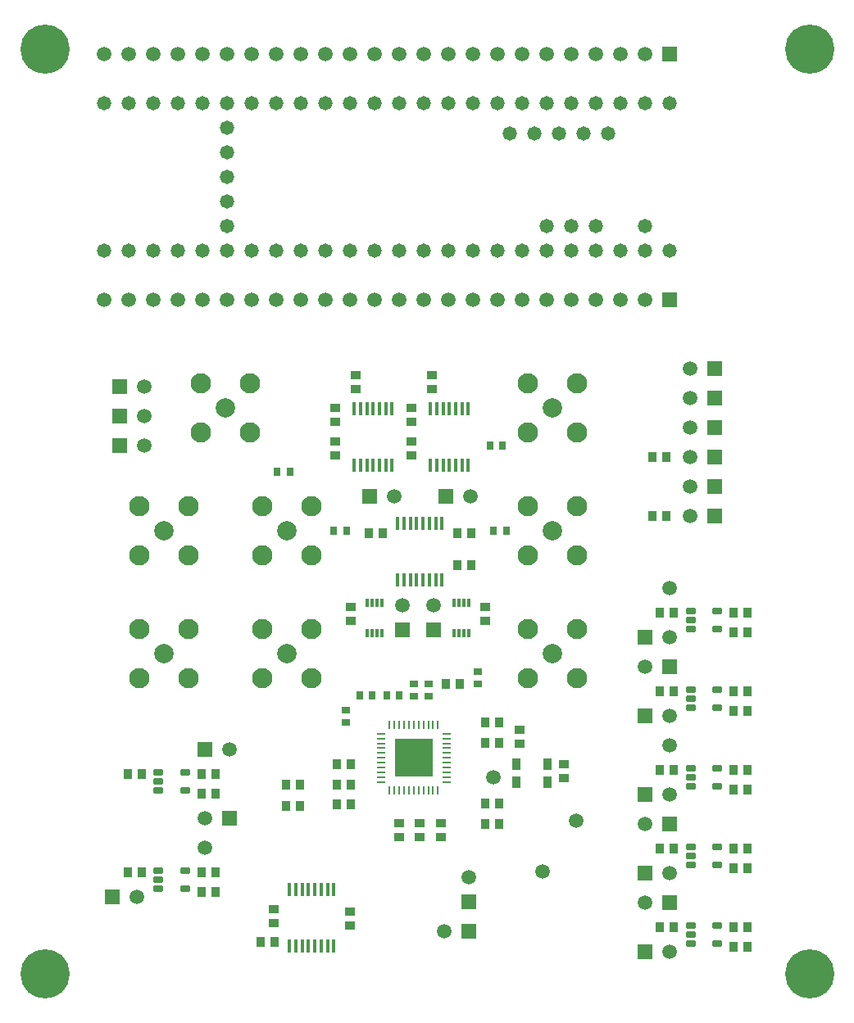
<source format=gbr>
%TF.GenerationSoftware,Altium Limited,Altium Designer,22.3.1 (43)*%
G04 Layer_Color=255*
%FSLAX26Y26*%
%MOIN*%
%TF.SameCoordinates,25215B7F-5601-44EC-B639-707B6E2D0B24*%
%TF.FilePolarity,Positive*%
%TF.FileFunction,Pads,Top*%
%TF.Part,Single*%
G01*
G75*
%TA.AperFunction,SMDPad,CuDef*%
%ADD10R,0.031496X0.037402*%
%ADD11R,0.037402X0.031496*%
%ADD12R,0.037402X0.041339*%
%ADD13R,0.017716X0.058071*%
G04:AMPARAMS|DCode=14|XSize=23.622mil|YSize=39.37mil|CornerRadius=2.008mil|HoleSize=0mil|Usage=FLASHONLY|Rotation=90.000|XOffset=0mil|YOffset=0mil|HoleType=Round|Shape=RoundedRectangle|*
%AMROUNDEDRECTD14*
21,1,0.023622,0.035354,0,0,90.0*
21,1,0.019606,0.039370,0,0,90.0*
1,1,0.004016,0.017677,0.009803*
1,1,0.004016,0.017677,-0.009803*
1,1,0.004016,-0.017677,-0.009803*
1,1,0.004016,-0.017677,0.009803*
%
%ADD14ROUNDEDRECTD14*%
%ADD15R,0.041339X0.037402*%
%ADD16R,0.011811X0.033465*%
%ADD17R,0.035827X0.048032*%
%ADD18O,0.007874X0.035433*%
%ADD19O,0.035433X0.007874*%
%ADD20R,0.157480X0.157480*%
%TA.AperFunction,ComponentPad*%
%ADD32C,0.058000*%
%ADD33C,0.082677*%
%ADD34C,0.078740*%
%TA.AperFunction,ViaPad*%
%ADD35C,0.059055*%
%TA.AperFunction,ComponentPad*%
%ADD36R,0.059055X0.059055*%
%ADD37C,0.059055*%
%ADD38C,0.200000*%
%ADD39R,0.059055X0.059055*%
D10*
X1145591Y2195000D02*
D03*
X1094409D02*
D03*
X1959409Y2300000D02*
D03*
X2010591D02*
D03*
X1539409Y1285000D02*
D03*
X1590591D02*
D03*
X2025591Y1955000D02*
D03*
X1974409D02*
D03*
X1324409D02*
D03*
X1375591D02*
D03*
X1429409Y1285000D02*
D03*
X1480591D02*
D03*
D11*
X1710000Y1330591D02*
D03*
Y1279409D02*
D03*
X1910000Y1329409D02*
D03*
Y1380591D02*
D03*
X1375000Y1174409D02*
D03*
Y1225591D02*
D03*
X1650000Y1279409D02*
D03*
Y1330591D02*
D03*
D12*
X1781457Y1330000D02*
D03*
X1838543D02*
D03*
X1826457Y1945000D02*
D03*
X1883543D02*
D03*
X1523543D02*
D03*
X1466457D02*
D03*
X3008543Y1220000D02*
D03*
X2951457D02*
D03*
X3008543Y1620000D02*
D03*
X2951457D02*
D03*
X3008543Y1540000D02*
D03*
X2951457D02*
D03*
X3008543Y1300000D02*
D03*
X2951457D02*
D03*
X2651457D02*
D03*
X2708543D02*
D03*
X2651457Y1620000D02*
D03*
X2708543D02*
D03*
X2651457Y340000D02*
D03*
X2708543D02*
D03*
X3008543Y660000D02*
D03*
X2951457D02*
D03*
X3008543Y580000D02*
D03*
X2951457D02*
D03*
X2651457Y980000D02*
D03*
X2708543D02*
D03*
X3008543Y900000D02*
D03*
X2951457D02*
D03*
X3008543Y980000D02*
D03*
X2951457D02*
D03*
X2651457Y660000D02*
D03*
X2708543D02*
D03*
X3008543Y260000D02*
D03*
X2951457D02*
D03*
X3008543Y340000D02*
D03*
X2951457D02*
D03*
X2678543Y2015000D02*
D03*
X2621457D02*
D03*
X2678543Y2255000D02*
D03*
X2621457D02*
D03*
X543543Y965000D02*
D03*
X486457D02*
D03*
X1998543Y1175000D02*
D03*
X1941457D02*
D03*
X1131457Y920000D02*
D03*
X1188543D02*
D03*
X1131457Y835000D02*
D03*
X1188543D02*
D03*
X1883543Y1815000D02*
D03*
X1826457D02*
D03*
X1941457Y760000D02*
D03*
X1998543D02*
D03*
Y845000D02*
D03*
X1941457D02*
D03*
X1336457Y840000D02*
D03*
X1393543D02*
D03*
X1336457Y920000D02*
D03*
X1393543D02*
D03*
X1336457Y1005000D02*
D03*
X1393543D02*
D03*
X1998543Y1090000D02*
D03*
X1941457D02*
D03*
X1026457Y280000D02*
D03*
X1083543D02*
D03*
X786457Y485000D02*
D03*
X843543D02*
D03*
X786457Y565000D02*
D03*
X843543D02*
D03*
X786457Y885000D02*
D03*
X843543D02*
D03*
X786457Y965000D02*
D03*
X843543D02*
D03*
X543543Y565000D02*
D03*
X486457D02*
D03*
D13*
X1585433Y1985669D02*
D03*
X1611024D02*
D03*
X1636614D02*
D03*
X1662205D02*
D03*
X1687795D02*
D03*
X1713386D02*
D03*
X1738976D02*
D03*
X1764567D02*
D03*
Y1754331D02*
D03*
X1738976D02*
D03*
X1713386D02*
D03*
X1687795D02*
D03*
X1662205D02*
D03*
X1636614D02*
D03*
X1611024D02*
D03*
X1585433D02*
D03*
X1408228Y2219331D02*
D03*
X1433819D02*
D03*
X1459409D02*
D03*
X1485000D02*
D03*
X1510591D02*
D03*
X1536181D02*
D03*
X1561772D02*
D03*
Y2450669D02*
D03*
X1536181D02*
D03*
X1510591D02*
D03*
X1485000D02*
D03*
X1459409D02*
D03*
X1433819D02*
D03*
X1408228D02*
D03*
X1718228Y2219331D02*
D03*
X1743819D02*
D03*
X1769409D02*
D03*
X1795000D02*
D03*
X1820591D02*
D03*
X1846181D02*
D03*
X1871772D02*
D03*
Y2450669D02*
D03*
X1846181D02*
D03*
X1820591D02*
D03*
X1795000D02*
D03*
X1769409D02*
D03*
X1743819D02*
D03*
X1718228D02*
D03*
X1324567Y495669D02*
D03*
X1298976D02*
D03*
X1273386D02*
D03*
X1247795D02*
D03*
X1222205D02*
D03*
X1196614D02*
D03*
X1171024D02*
D03*
X1145433D02*
D03*
Y264331D02*
D03*
X1171024D02*
D03*
X1196614D02*
D03*
X1222205D02*
D03*
X1247795D02*
D03*
X1273386D02*
D03*
X1298976D02*
D03*
X1324567D02*
D03*
D14*
X2775866Y1627402D02*
D03*
Y1590000D02*
D03*
Y1552599D02*
D03*
X2884134D02*
D03*
Y1627402D02*
D03*
X2775866Y1307402D02*
D03*
Y1270000D02*
D03*
Y1232599D02*
D03*
X2884134D02*
D03*
Y1307402D02*
D03*
X2775866Y667402D02*
D03*
Y630000D02*
D03*
Y592598D02*
D03*
X2884134D02*
D03*
Y667402D02*
D03*
X2775866Y987402D02*
D03*
Y950000D02*
D03*
Y912598D02*
D03*
X2884134D02*
D03*
Y987402D02*
D03*
X2775866Y347402D02*
D03*
Y310000D02*
D03*
Y272599D02*
D03*
X2884134D02*
D03*
Y347402D02*
D03*
X719134Y972402D02*
D03*
Y897598D02*
D03*
X610866D02*
D03*
Y935000D02*
D03*
Y972402D02*
D03*
X719134Y572402D02*
D03*
Y497599D02*
D03*
X610866D02*
D03*
Y535000D02*
D03*
Y572402D02*
D03*
D15*
X1940000Y1643543D02*
D03*
Y1586457D02*
D03*
X1395000Y1643543D02*
D03*
Y1586457D02*
D03*
X1725000Y2531457D02*
D03*
Y2588543D02*
D03*
X1415000Y2531457D02*
D03*
Y2588543D02*
D03*
X1590000Y706457D02*
D03*
Y763543D02*
D03*
X1675000Y706457D02*
D03*
Y763543D02*
D03*
X1760000Y706457D02*
D03*
Y763543D02*
D03*
X2080000Y1143543D02*
D03*
Y1086457D02*
D03*
X1330000Y2318543D02*
D03*
Y2261457D02*
D03*
Y2396457D02*
D03*
Y2453543D02*
D03*
X1640000Y2318543D02*
D03*
Y2261457D02*
D03*
Y2396457D02*
D03*
Y2453543D02*
D03*
X1390000Y403543D02*
D03*
Y346457D02*
D03*
X1080000Y413543D02*
D03*
Y356457D02*
D03*
X2260000Y1003543D02*
D03*
Y946457D02*
D03*
D16*
X1815472Y1537992D02*
D03*
X1835158D02*
D03*
X1854842D02*
D03*
X1874528D02*
D03*
Y1662008D02*
D03*
X1854842D02*
D03*
X1835158D02*
D03*
X1815472D02*
D03*
X1460472Y1537992D02*
D03*
X1480158D02*
D03*
X1499842D02*
D03*
X1519528D02*
D03*
Y1662008D02*
D03*
X1499842D02*
D03*
X1480158D02*
D03*
X1460472D02*
D03*
D17*
X2065630Y930000D02*
D03*
X2194370D02*
D03*
Y1005000D02*
D03*
X2065630D02*
D03*
D18*
X1551575Y897126D02*
D03*
X1571260D02*
D03*
X1590945D02*
D03*
X1610630D02*
D03*
X1630315D02*
D03*
X1650000D02*
D03*
X1669685D02*
D03*
X1689370D02*
D03*
X1709055D02*
D03*
X1728740D02*
D03*
X1748425D02*
D03*
Y1162874D02*
D03*
X1728740D02*
D03*
X1709055D02*
D03*
X1689370D02*
D03*
X1669685D02*
D03*
X1650000D02*
D03*
X1630315D02*
D03*
X1610630D02*
D03*
X1590945D02*
D03*
X1571260D02*
D03*
X1551575D02*
D03*
D19*
X1782874Y931575D02*
D03*
Y951260D02*
D03*
Y970945D02*
D03*
Y990630D02*
D03*
Y1010315D02*
D03*
Y1030000D02*
D03*
Y1049685D02*
D03*
Y1069370D02*
D03*
Y1089055D02*
D03*
Y1108740D02*
D03*
Y1128425D02*
D03*
X1517126D02*
D03*
Y1108740D02*
D03*
Y1089055D02*
D03*
Y1069370D02*
D03*
Y1049685D02*
D03*
Y1030000D02*
D03*
Y1010315D02*
D03*
Y990630D02*
D03*
Y970945D02*
D03*
Y951260D02*
D03*
Y931575D02*
D03*
D20*
X1650000Y1030000D02*
D03*
D32*
X2040000Y3570000D02*
D03*
X2140000D02*
D03*
X2240000D02*
D03*
X2340000D02*
D03*
X2440000D02*
D03*
X2190000Y3195000D02*
D03*
X2290000D02*
D03*
X2390000D02*
D03*
X2590000D02*
D03*
X890000D02*
D03*
Y3495000D02*
D03*
Y3295000D02*
D03*
Y3395000D02*
D03*
Y3595000D02*
D03*
X1190000Y3095000D02*
D03*
X1090000D02*
D03*
X990000D02*
D03*
X890000D02*
D03*
X790000D02*
D03*
X690000D02*
D03*
X590000D02*
D03*
X490000D02*
D03*
X390000D02*
D03*
Y3695000D02*
D03*
X490000D02*
D03*
X590000D02*
D03*
X690000D02*
D03*
X790000D02*
D03*
X890000D02*
D03*
X990000D02*
D03*
X1090000D02*
D03*
X1190000D02*
D03*
X1290000Y3095000D02*
D03*
Y3695000D02*
D03*
X2690000Y3095000D02*
D03*
Y3695000D02*
D03*
X2590000Y3095000D02*
D03*
X2490000D02*
D03*
X2590000Y3695000D02*
D03*
X2390000Y3095000D02*
D03*
X2290000D02*
D03*
X2190000D02*
D03*
X2090000D02*
D03*
X1990000D02*
D03*
X1890000D02*
D03*
X1790000D02*
D03*
X1690000D02*
D03*
X1590000D02*
D03*
X1490000D02*
D03*
X1390000D02*
D03*
Y3695000D02*
D03*
X1490000D02*
D03*
X1590000D02*
D03*
X1690000D02*
D03*
X1790000D02*
D03*
X1890000D02*
D03*
X1990000D02*
D03*
X2090000D02*
D03*
X2190000D02*
D03*
X2290000D02*
D03*
X2390000D02*
D03*
X2490000D02*
D03*
D33*
X2115000Y2355000D02*
D03*
X2315000D02*
D03*
Y2555000D02*
D03*
X2115000D02*
D03*
X785000Y2355000D02*
D03*
X985000D02*
D03*
Y2555000D02*
D03*
X785000D02*
D03*
X1035000Y1555000D02*
D03*
X1235000D02*
D03*
Y1355000D02*
D03*
X1035000D02*
D03*
Y1855000D02*
D03*
X1235000D02*
D03*
Y2055000D02*
D03*
X1035000D02*
D03*
X2115000Y1855000D02*
D03*
X2315000D02*
D03*
Y2055000D02*
D03*
X2115000D02*
D03*
X535000Y1555000D02*
D03*
X735000D02*
D03*
Y1355000D02*
D03*
X535000D02*
D03*
Y2055000D02*
D03*
X735000D02*
D03*
Y1855000D02*
D03*
X535000D02*
D03*
X2115000Y1555000D02*
D03*
X2315000D02*
D03*
Y1355000D02*
D03*
X2115000D02*
D03*
D34*
X2215000Y2455000D02*
D03*
X885000D02*
D03*
X1135000Y1455000D02*
D03*
Y1955000D02*
D03*
X2215000D02*
D03*
X635000Y1455000D02*
D03*
Y1955000D02*
D03*
X2215000Y1455000D02*
D03*
D35*
X2174737Y568660D02*
D03*
X2310000Y775000D02*
D03*
D36*
X1875000Y445000D02*
D03*
X1730000Y1550000D02*
D03*
X1605000D02*
D03*
D37*
X1875000Y545000D02*
D03*
X1975000Y950000D02*
D03*
X2690000Y1080000D02*
D03*
X800000Y665000D02*
D03*
X2690000Y1720000D02*
D03*
X1880000Y2095000D02*
D03*
X1570000D02*
D03*
X2690000Y240000D02*
D03*
X2590000Y440000D02*
D03*
X2690000Y560000D02*
D03*
X2590000Y1400000D02*
D03*
X2690000Y1520000D02*
D03*
Y1200000D02*
D03*
Y880000D02*
D03*
X2590000Y760000D02*
D03*
X555000Y2540000D02*
D03*
Y2420000D02*
D03*
Y2300000D02*
D03*
X1730000Y1650000D02*
D03*
X1605000D02*
D03*
X2775000Y2255000D02*
D03*
Y2615000D02*
D03*
Y2495000D02*
D03*
Y2375000D02*
D03*
Y2015000D02*
D03*
Y2135000D02*
D03*
X390000Y3895000D02*
D03*
X490000D02*
D03*
X590000D02*
D03*
X690000D02*
D03*
X790000D02*
D03*
X890000D02*
D03*
X990000D02*
D03*
X1090000D02*
D03*
X1190000D02*
D03*
X1290000D02*
D03*
X1390000D02*
D03*
X1490000D02*
D03*
X1590000D02*
D03*
X1690000D02*
D03*
X1790000D02*
D03*
X1890000D02*
D03*
X1990000D02*
D03*
X2090000D02*
D03*
X2190000D02*
D03*
X2290000D02*
D03*
X2390000D02*
D03*
X2490000D02*
D03*
X2590000D02*
D03*
X390000Y2895000D02*
D03*
X490000D02*
D03*
X590000D02*
D03*
X690000D02*
D03*
X790000D02*
D03*
X890000D02*
D03*
X990000D02*
D03*
X1090000D02*
D03*
X1190000D02*
D03*
X1290000D02*
D03*
X1390000D02*
D03*
X1490000D02*
D03*
X1590000D02*
D03*
X1690000D02*
D03*
X1790000D02*
D03*
X1890000D02*
D03*
X1990000D02*
D03*
X2090000D02*
D03*
X2190000D02*
D03*
X2290000D02*
D03*
X2390000D02*
D03*
X2490000D02*
D03*
X2590000D02*
D03*
X525000Y465000D02*
D03*
X900000Y1065000D02*
D03*
X1775000Y325000D02*
D03*
X800000Y785000D02*
D03*
D38*
X3260000Y3915000D02*
D03*
X150000D02*
D03*
X3260000Y150000D02*
D03*
X150000D02*
D03*
D39*
X1780000Y2095000D02*
D03*
X1470000D02*
D03*
X2590000Y240000D02*
D03*
X2690000Y440000D02*
D03*
X2590000Y560000D02*
D03*
X2690000Y1400000D02*
D03*
X2590000Y1520000D02*
D03*
Y1200000D02*
D03*
Y880000D02*
D03*
X2690000Y760000D02*
D03*
X455000Y2540000D02*
D03*
Y2420000D02*
D03*
Y2300000D02*
D03*
X2875000Y2255000D02*
D03*
Y2615000D02*
D03*
Y2495000D02*
D03*
Y2375000D02*
D03*
Y2015000D02*
D03*
Y2135000D02*
D03*
X2690000Y3895000D02*
D03*
Y2895000D02*
D03*
X425000Y465000D02*
D03*
X800000Y1065000D02*
D03*
X1875000Y325000D02*
D03*
X900000Y785000D02*
D03*
%TF.MD5,cedef3b329d5953f1a204068d7e83149*%
M02*

</source>
